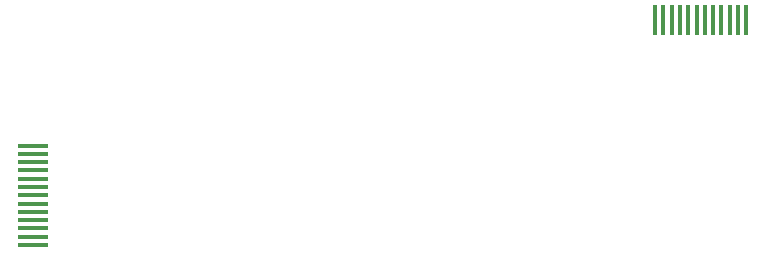
<source format=gbr>
G04 #@! TF.GenerationSoftware,KiCad,Pcbnew,5.1.2+dfsg1-1*
G04 #@! TF.CreationDate,2019-07-24T11:20:43+08:00*
G04 #@! TF.ProjectId,Power_Source,506f7765-725f-4536-9f75-7263652e6b69,rev?*
G04 #@! TF.SameCoordinates,Original*
G04 #@! TF.FileFunction,Paste,Bot*
G04 #@! TF.FilePolarity,Positive*
%FSLAX46Y46*%
G04 Gerber Fmt 4.6, Leading zero omitted, Abs format (unit mm)*
G04 Created by KiCad (PCBNEW 5.1.2+dfsg1-1) date 2019-07-24 11:20:43*
%MOMM*%
%LPD*%
G04 APERTURE LIST*
%ADD10R,0.350000X2.500000*%
%ADD11R,2.500000X0.350000*%
G04 APERTURE END LIST*
D10*
X178307400Y-100857400D03*
X179007400Y-100857400D03*
X179707400Y-100857400D03*
X180407400Y-100857400D03*
X181107400Y-100857400D03*
X181807400Y-100857400D03*
X182507400Y-100857400D03*
X183207400Y-100857400D03*
X183907400Y-100857400D03*
X184607400Y-100857400D03*
X185307400Y-100857400D03*
X186007400Y-100857400D03*
D11*
X125631000Y-111468600D03*
X125631000Y-112168600D03*
X125631000Y-112868600D03*
X125631000Y-113568600D03*
X125631000Y-114268600D03*
X125631000Y-114968600D03*
X125631000Y-115668600D03*
X125631000Y-116368600D03*
X125631000Y-117068600D03*
X125631000Y-117768600D03*
X125631000Y-118468600D03*
X125631000Y-119168600D03*
X125631000Y-119868600D03*
M02*

</source>
